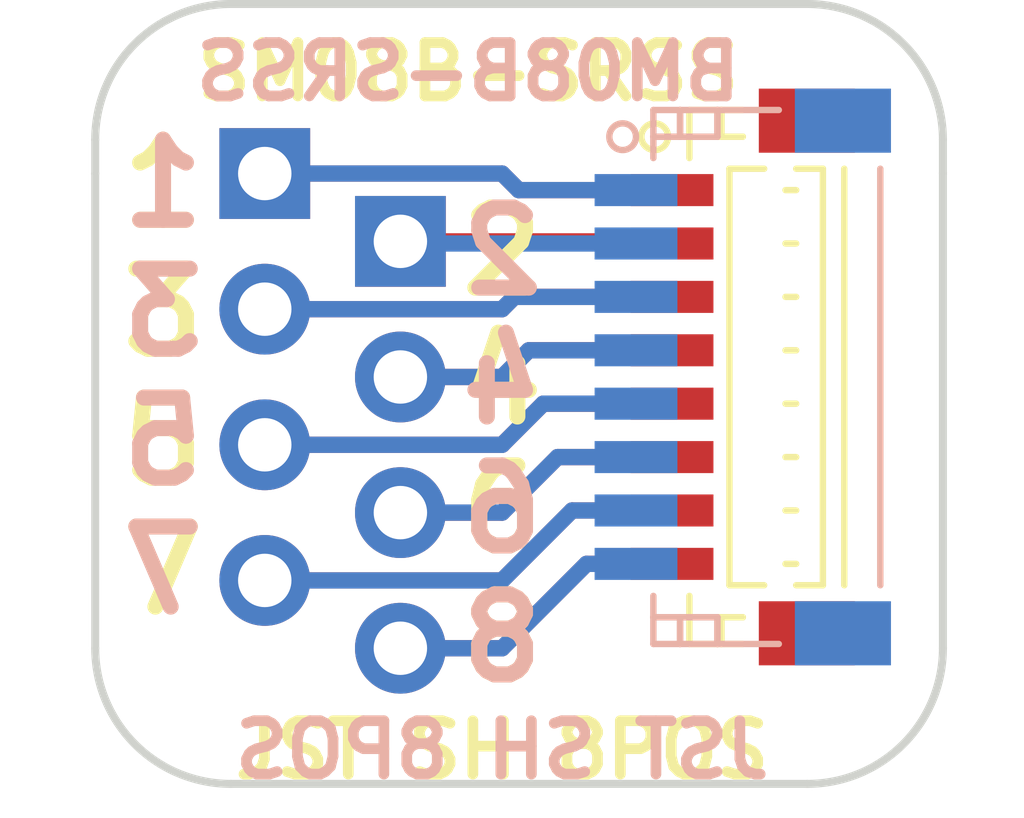
<source format=kicad_pcb>
(kicad_pcb (version 4) (host pcbnew 4.0.6)

  (general
    (links 16)
    (no_connects 0)
    (area 111.049999 95.809999 127.075001 110.565001)
    (thickness 1.6)
    (drawings 18)
    (tracks 46)
    (zones 0)
    (modules 4)
    (nets 9)
  )

  (page A4)
  (layers
    (0 F.Cu signal)
    (31 B.Cu signal)
    (32 B.Adhes user)
    (33 F.Adhes user)
    (34 B.Paste user)
    (35 F.Paste user)
    (36 B.SilkS user)
    (37 F.SilkS user)
    (38 B.Mask user)
    (39 F.Mask user)
    (40 Dwgs.User user)
    (41 Cmts.User user)
    (42 Eco1.User user)
    (43 Eco2.User user)
    (44 Edge.Cuts user)
    (45 Margin user)
    (46 B.CrtYd user)
    (47 F.CrtYd user)
    (48 B.Fab user)
    (49 F.Fab user)
  )

  (setup
    (last_trace_width 0.25)
    (user_trace_width 0.3048)
    (user_trace_width 0.4064)
    (trace_clearance 0.2)
    (zone_clearance 0.508)
    (zone_45_only no)
    (trace_min 0.2)
    (segment_width 0.2)
    (edge_width 0.15)
    (via_size 0.6)
    (via_drill 0.4)
    (via_min_size 0.4)
    (via_min_drill 0.3)
    (uvia_size 0.3)
    (uvia_drill 0.1)
    (uvias_allowed no)
    (uvia_min_size 0.2)
    (uvia_min_drill 0.1)
    (pcb_text_width 0.3)
    (pcb_text_size 1.5 1.5)
    (mod_edge_width 0.15)
    (mod_text_size 1 1)
    (mod_text_width 0.15)
    (pad_size 1.524 1.524)
    (pad_drill 0.762)
    (pad_to_mask_clearance 0.05)
    (aux_axis_origin 0 0)
    (visible_elements 7FFFFFFF)
    (pcbplotparams
      (layerselection 0x00030_80000001)
      (usegerberextensions false)
      (excludeedgelayer true)
      (linewidth 0.100000)
      (plotframeref false)
      (viasonmask false)
      (mode 1)
      (useauxorigin false)
      (hpglpennumber 1)
      (hpglpenspeed 20)
      (hpglpendiameter 15)
      (hpglpenoverlay 2)
      (psnegative false)
      (psa4output false)
      (plotreference true)
      (plotvalue true)
      (plotinvisibletext false)
      (padsonsilk false)
      (subtractmaskfromsilk false)
      (outputformat 1)
      (mirror false)
      (drillshape 1)
      (scaleselection 1)
      (outputdirectory ""))
  )

  (net 0 "")
  (net 1 "Net-(J1-Pad2)")
  (net 2 "Net-(J1-Pad4)")
  (net 3 "Net-(J1-Pad1)")
  (net 4 "Net-(J1-Pad3)")
  (net 5 "Net-(J2-Pad1)")
  (net 6 "Net-(J2-Pad2)")
  (net 7 "Net-(J2-Pad3)")
  (net 8 "Net-(J2-Pad4)")

  (net_class Default "This is the default net class."
    (clearance 0.2)
    (trace_width 0.25)
    (via_dia 0.6)
    (via_drill 0.4)
    (uvia_dia 0.3)
    (uvia_drill 0.1)
    (add_net "Net-(J1-Pad1)")
    (add_net "Net-(J1-Pad2)")
    (add_net "Net-(J1-Pad3)")
    (add_net "Net-(J1-Pad4)")
    (add_net "Net-(J2-Pad1)")
    (add_net "Net-(J2-Pad2)")
    (add_net "Net-(J2-Pad3)")
    (add_net "Net-(J2-Pad4)")
  )

  (module Pin_Headers:Pin_Header_Straight_1x04_Pitch2.54mm (layer F.Cu) (tedit 5D82A55C) (tstamp 5D82A0FA)
    (at 114.3 99.06)
    (descr "Through hole straight pin header, 1x04, 2.54mm pitch, single row")
    (tags "Through hole pin header THT 1x04 2.54mm single row")
    (path /5D82A146)
    (fp_text reference J1 (at 0 -2.33) (layer F.SilkS) hide
      (effects (font (size 1 1) (thickness 0.15)))
    )
    (fp_text value CONN_01X04 (at 0 9.95) (layer F.Fab)
      (effects (font (size 1 1) (thickness 0.15)))
    )
    (fp_line (start -0.635 -1.27) (end 1.27 -1.27) (layer F.Fab) (width 0.1))
    (fp_line (start 1.27 -1.27) (end 1.27 8.89) (layer F.Fab) (width 0.1))
    (fp_line (start 1.27 8.89) (end -1.27 8.89) (layer F.Fab) (width 0.1))
    (fp_line (start -1.27 8.89) (end -1.27 -0.635) (layer F.Fab) (width 0.1))
    (fp_line (start -1.27 -0.635) (end -0.635 -1.27) (layer F.Fab) (width 0.1))
    (fp_line (start -1.8 -1.8) (end -1.8 9.4) (layer F.CrtYd) (width 0.05))
    (fp_line (start -1.8 9.4) (end 1.8 9.4) (layer F.CrtYd) (width 0.05))
    (fp_line (start 1.8 9.4) (end 1.8 -1.8) (layer F.CrtYd) (width 0.05))
    (fp_line (start 1.8 -1.8) (end -1.8 -1.8) (layer F.CrtYd) (width 0.05))
    (fp_text user %R (at 0 3.81 90) (layer F.Fab)
      (effects (font (size 1 1) (thickness 0.15)))
    )
    (pad 1 thru_hole rect (at 0 0) (size 1.7 1.7) (drill 1) (layers *.Cu *.Mask)
      (net 3 "Net-(J1-Pad1)"))
    (pad 2 thru_hole oval (at 0 2.54) (size 1.7 1.7) (drill 1) (layers *.Cu *.Mask)
      (net 1 "Net-(J1-Pad2)"))
    (pad 3 thru_hole oval (at 0 5.08) (size 1.7 1.7) (drill 1) (layers *.Cu *.Mask)
      (net 4 "Net-(J1-Pad3)"))
    (pad 4 thru_hole oval (at 0 7.62) (size 1.7 1.7) (drill 1) (layers *.Cu *.Mask)
      (net 2 "Net-(J1-Pad4)"))
    (model ${KISYS3DMOD}/Pin_Headers.3dshapes/Pin_Header_Straight_1x04_Pitch2.54mm.wrl
      (at (xyz 0 0 0))
      (scale (xyz 1 1 1))
      (rotate (xyz 0 0 0))
    )
  )

  (module Pin_Headers:Pin_Header_Straight_1x04_Pitch2.54mm (layer F.Cu) (tedit 5D82A54D) (tstamp 5D82A112)
    (at 116.84 100.33)
    (descr "Through hole straight pin header, 1x04, 2.54mm pitch, single row")
    (tags "Through hole pin header THT 1x04 2.54mm single row")
    (path /5D82A1D9)
    (fp_text reference J2 (at 0 -2.33) (layer F.SilkS) hide
      (effects (font (size 1 1) (thickness 0.15)))
    )
    (fp_text value CONN_01X04 (at 0 9.95) (layer F.Fab)
      (effects (font (size 1 1) (thickness 0.15)))
    )
    (fp_line (start -0.635 -1.27) (end 1.27 -1.27) (layer F.Fab) (width 0.1))
    (fp_line (start 1.27 -1.27) (end 1.27 8.89) (layer F.Fab) (width 0.1))
    (fp_line (start 1.27 8.89) (end -1.27 8.89) (layer F.Fab) (width 0.1))
    (fp_line (start -1.27 8.89) (end -1.27 -0.635) (layer F.Fab) (width 0.1))
    (fp_line (start -1.27 -0.635) (end -0.635 -1.27) (layer F.Fab) (width 0.1))
    (fp_line (start -1.8 -1.8) (end -1.8 9.4) (layer F.CrtYd) (width 0.05))
    (fp_line (start -1.8 9.4) (end 1.8 9.4) (layer F.CrtYd) (width 0.05))
    (fp_line (start 1.8 9.4) (end 1.8 -1.8) (layer F.CrtYd) (width 0.05))
    (fp_line (start 1.8 -1.8) (end -1.8 -1.8) (layer F.CrtYd) (width 0.05))
    (fp_text user %R (at 0 3.81 90) (layer F.Fab)
      (effects (font (size 1 1) (thickness 0.15)))
    )
    (pad 1 thru_hole rect (at 0 0) (size 1.7 1.7) (drill 1) (layers *.Cu *.Mask)
      (net 5 "Net-(J2-Pad1)"))
    (pad 2 thru_hole oval (at 0 2.54) (size 1.7 1.7) (drill 1) (layers *.Cu *.Mask)
      (net 6 "Net-(J2-Pad2)"))
    (pad 3 thru_hole oval (at 0 5.08) (size 1.7 1.7) (drill 1) (layers *.Cu *.Mask)
      (net 7 "Net-(J2-Pad3)"))
    (pad 4 thru_hole oval (at 0 7.62) (size 1.7 1.7) (drill 1) (layers *.Cu *.Mask)
      (net 8 "Net-(J2-Pad4)"))
    (model ${KISYS3DMOD}/Pin_Headers.3dshapes/Pin_Header_Straight_1x04_Pitch2.54mm.wrl
      (at (xyz 0 0 0))
      (scale (xyz 1 1 1))
      (rotate (xyz 0 0 0))
    )
  )

  (module Connectors_JST:JST_SH_SM08B-SRSS-TB_08x1.00mm_Angled (layer B.Cu) (tedit 5D82A4B4) (tstamp 5D82A142)
    (at 123.19 102.87 270)
    (descr http://www.jst-mfg.com/product/pdf/eng/eSH.pdf)
    (tags "connector jst sh")
    (path /5D82A10B)
    (attr smd)
    (fp_text reference J3 (at -3.5 4 270) (layer B.SilkS) hide
      (effects (font (size 1 1) (thickness 0.15)) (justify mirror))
    )
    (fp_text value CONN_01X08 (at 0 -4.5 270) (layer B.Fab)
      (effects (font (size 1 1) (thickness 0.15)) (justify mirror))
    )
    (fp_circle (center -4.5 2.1875) (end -4.25 2.1875) (layer B.SilkS) (width 0.12))
    (fp_line (start -3.9 -2.6375) (end 3.9 -2.6375) (layer B.SilkS) (width 0.12))
    (fp_line (start -5 -0.7375) (end -5 1.6125) (layer B.SilkS) (width 0.12))
    (fp_line (start -5 1.6125) (end -4.1 1.6125) (layer B.SilkS) (width 0.12))
    (fp_line (start -4.5 1.6125) (end -4.5 0.4125) (layer B.SilkS) (width 0.12))
    (fp_line (start -4.5 0.4125) (end -4.5 0.4125) (layer B.SilkS) (width 0.12))
    (fp_line (start -4.5 0.4125) (end -4.5 1.6125) (layer B.SilkS) (width 0.12))
    (fp_line (start -4.5 1.6125) (end -4.5 1.6125) (layer B.SilkS) (width 0.12))
    (fp_line (start -4.5 1.1125) (end -4.5 1.1125) (layer B.SilkS) (width 0.12))
    (fp_line (start -4.5 1.1125) (end -5 1.1125) (layer B.SilkS) (width 0.12))
    (fp_line (start -5 1.1125) (end -5 1.1125) (layer B.SilkS) (width 0.12))
    (fp_line (start -5 1.1125) (end -4.5 1.1125) (layer B.SilkS) (width 0.12))
    (fp_line (start -4.5 0.4125) (end -4.5 0.4125) (layer B.SilkS) (width 0.12))
    (fp_line (start -4.5 0.4125) (end -5 0.4125) (layer B.SilkS) (width 0.12))
    (fp_line (start -5 0.4125) (end -5 0.4125) (layer B.SilkS) (width 0.12))
    (fp_line (start -5 0.4125) (end -4.5 0.4125) (layer B.SilkS) (width 0.12))
    (fp_line (start 5 -0.7375) (end 5 1.6125) (layer B.SilkS) (width 0.12))
    (fp_line (start 5 1.6125) (end 4.1 1.6125) (layer B.SilkS) (width 0.12))
    (fp_line (start 4.5 1.6125) (end 4.5 0.4125) (layer B.SilkS) (width 0.12))
    (fp_line (start 4.5 0.4125) (end 4.5 0.4125) (layer B.SilkS) (width 0.12))
    (fp_line (start 4.5 0.4125) (end 4.5 1.6125) (layer B.SilkS) (width 0.12))
    (fp_line (start 4.5 1.6125) (end 4.5 1.6125) (layer B.SilkS) (width 0.12))
    (fp_line (start 4.5 1.1125) (end 4.5 1.1125) (layer B.SilkS) (width 0.12))
    (fp_line (start 4.5 1.1125) (end 5 1.1125) (layer B.SilkS) (width 0.12))
    (fp_line (start 5 1.1125) (end 5 1.1125) (layer B.SilkS) (width 0.12))
    (fp_line (start 5 1.1125) (end 4.5 1.1125) (layer B.SilkS) (width 0.12))
    (fp_line (start 4.5 0.4125) (end 4.5 0.4125) (layer B.SilkS) (width 0.12))
    (fp_line (start 4.5 0.4125) (end 5 0.4125) (layer B.SilkS) (width 0.12))
    (fp_line (start 5 0.4125) (end 5 0.4125) (layer B.SilkS) (width 0.12))
    (fp_line (start 5 0.4125) (end 4.5 0.4125) (layer B.SilkS) (width 0.12))
    (fp_line (start -5.9 -3.35) (end -5.9 3.25) (layer B.CrtYd) (width 0.05))
    (fp_line (start -5.9 3.25) (end 5.9 3.25) (layer B.CrtYd) (width 0.05))
    (fp_line (start 5.9 3.25) (end 5.9 -3.35) (layer B.CrtYd) (width 0.05))
    (fp_line (start 5.9 -3.35) (end -5.9 -3.35) (layer B.CrtYd) (width 0.05))
    (pad 1 smd rect (at -3.5 1.9375 270) (size 0.6 1.55) (layers B.Cu B.Paste B.Mask)
      (net 3 "Net-(J1-Pad1)"))
    (pad 2 smd rect (at -2.5 1.9375 270) (size 0.6 1.55) (layers B.Cu B.Paste B.Mask)
      (net 5 "Net-(J2-Pad1)"))
    (pad 3 smd rect (at -1.5 1.9375 270) (size 0.6 1.55) (layers B.Cu B.Paste B.Mask)
      (net 1 "Net-(J1-Pad2)"))
    (pad 4 smd rect (at -0.5 1.9375 270) (size 0.6 1.55) (layers B.Cu B.Paste B.Mask)
      (net 6 "Net-(J2-Pad2)"))
    (pad 5 smd rect (at 0.5 1.9375 270) (size 0.6 1.55) (layers B.Cu B.Paste B.Mask)
      (net 4 "Net-(J1-Pad3)"))
    (pad 6 smd rect (at 1.5 1.9375 270) (size 0.6 1.55) (layers B.Cu B.Paste B.Mask)
      (net 7 "Net-(J2-Pad3)"))
    (pad 7 smd rect (at 2.5 1.9375 270) (size 0.6 1.55) (layers B.Cu B.Paste B.Mask)
      (net 2 "Net-(J1-Pad4)"))
    (pad 8 smd rect (at 3.5 1.9375 270) (size 0.6 1.55) (layers B.Cu B.Paste B.Mask)
      (net 8 "Net-(J2-Pad4)"))
    (pad "" smd rect (at -4.8 -1.9375 270) (size 1.2 1.8) (layers B.Cu B.Paste B.Mask))
    (pad "" smd rect (at 4.8 -1.9375 270) (size 1.2 1.8) (layers B.Cu B.Paste B.Mask))
  )

  (module Connectors_JST:JST_SH_BM08B-SRSS-TB_08x1.00mm_Straight (layer F.Cu) (tedit 5D82A4AE) (tstamp 5D82A178)
    (at 123.19 102.87 270)
    (descr http://www.jst-mfg.com/product/pdf/eng/eSH.pdf)
    (tags "connector jst sh")
    (path /5D82A057)
    (attr smd)
    (fp_text reference J4 (at -3.5 -3.5 270) (layer F.SilkS) hide
      (effects (font (size 1 1) (thickness 0.15)))
    )
    (fp_text value CONN_01X08 (at 0 3.5 270) (layer F.Fab)
      (effects (font (size 1 1) (thickness 0.15)))
    )
    (fp_circle (center -4.5 1.5875) (end -4.25 1.5875) (layer F.SilkS) (width 0.12))
    (fp_line (start -3.9 -1.9625) (end 3.9 -1.9625) (layer F.SilkS) (width 0.12))
    (fp_line (start -5 -0.0625) (end -5 0.9375) (layer F.SilkS) (width 0.12))
    (fp_line (start -5 0.9375) (end -4.1 0.9375) (layer F.SilkS) (width 0.12))
    (fp_line (start -4.5 0.9375) (end -4.5 -0.0625) (layer F.SilkS) (width 0.12))
    (fp_line (start -4.5 -0.0625) (end -4.5 -0.0625) (layer F.SilkS) (width 0.12))
    (fp_line (start -4.5 -0.0625) (end -4.5 0.9375) (layer F.SilkS) (width 0.12))
    (fp_line (start -4.5 0.9375) (end -4.5 0.9375) (layer F.SilkS) (width 0.12))
    (fp_line (start -4.5 0.3375) (end -4.5 0.3375) (layer F.SilkS) (width 0.12))
    (fp_line (start -4.5 0.3375) (end -5 0.3375) (layer F.SilkS) (width 0.12))
    (fp_line (start -5 0.3375) (end -5 0.3375) (layer F.SilkS) (width 0.12))
    (fp_line (start -5 0.3375) (end -4.5 0.3375) (layer F.SilkS) (width 0.12))
    (fp_line (start 5 -0.0625) (end 5 0.9375) (layer F.SilkS) (width 0.12))
    (fp_line (start 5 0.9375) (end 4.1 0.9375) (layer F.SilkS) (width 0.12))
    (fp_line (start 4.5 0.9375) (end 4.5 -0.0625) (layer F.SilkS) (width 0.12))
    (fp_line (start 4.5 -0.0625) (end 4.5 -0.0625) (layer F.SilkS) (width 0.12))
    (fp_line (start 4.5 -0.0625) (end 4.5 0.9375) (layer F.SilkS) (width 0.12))
    (fp_line (start 4.5 0.9375) (end 4.5 0.9375) (layer F.SilkS) (width 0.12))
    (fp_line (start 4.5 0.3375) (end 4.5 0.3375) (layer F.SilkS) (width 0.12))
    (fp_line (start 4.5 0.3375) (end 5 0.3375) (layer F.SilkS) (width 0.12))
    (fp_line (start 5 0.3375) (end 5 0.3375) (layer F.SilkS) (width 0.12))
    (fp_line (start 5 0.3375) (end 4.5 0.3375) (layer F.SilkS) (width 0.12))
    (fp_line (start -3.9 -1.0625) (end -3.9 -1.5625) (layer F.SilkS) (width 0.12))
    (fp_line (start -3.9 -1.5625) (end 3.9 -1.5625) (layer F.SilkS) (width 0.12))
    (fp_line (start 3.9 -1.5625) (end 3.9 -1.0625) (layer F.SilkS) (width 0.12))
    (fp_line (start -3.9 -0.4625) (end -3.9 0.1875) (layer F.SilkS) (width 0.12))
    (fp_line (start -3.9 0.1875) (end 3.9 0.1875) (layer F.SilkS) (width 0.12))
    (fp_line (start 3.9 0.1875) (end 3.9 -0.4625) (layer F.SilkS) (width 0.12))
    (fp_line (start -3.5 -1.0625) (end -3.5 -0.8625) (layer F.SilkS) (width 0.12))
    (fp_line (start -2.5 -1.0625) (end -2.5 -0.8625) (layer F.SilkS) (width 0.12))
    (fp_line (start -1.5 -1.0625) (end -1.5 -0.8625) (layer F.SilkS) (width 0.12))
    (fp_line (start -0.5 -1.0625) (end -0.5 -0.8625) (layer F.SilkS) (width 0.12))
    (fp_line (start 0.5 -1.0625) (end 0.5 -0.8625) (layer F.SilkS) (width 0.12))
    (fp_line (start 1.5 -1.0625) (end 1.5 -0.8625) (layer F.SilkS) (width 0.12))
    (fp_line (start 2.5 -1.0625) (end 2.5 -0.8625) (layer F.SilkS) (width 0.12))
    (fp_line (start 3.5 -1.0625) (end 3.5 -0.8625) (layer F.SilkS) (width 0.12))
    (fp_line (start -5.9 2.55) (end -5.9 -2.7) (layer F.CrtYd) (width 0.05))
    (fp_line (start -5.9 -2.7) (end 5.9 -2.7) (layer F.CrtYd) (width 0.05))
    (fp_line (start 5.9 -2.7) (end 5.9 2.55) (layer F.CrtYd) (width 0.05))
    (fp_line (start 5.9 2.55) (end -5.9 2.55) (layer F.CrtYd) (width 0.05))
    (pad 1 smd rect (at -3.5 1.2625 270) (size 0.6 1.55) (layers F.Cu F.Paste F.Mask)
      (net 3 "Net-(J1-Pad1)"))
    (pad 2 smd rect (at -2.5 1.2625 270) (size 0.6 1.55) (layers F.Cu F.Paste F.Mask)
      (net 5 "Net-(J2-Pad1)"))
    (pad 3 smd rect (at -1.5 1.2625 270) (size 0.6 1.55) (layers F.Cu F.Paste F.Mask)
      (net 1 "Net-(J1-Pad2)"))
    (pad 4 smd rect (at -0.5 1.2625 270) (size 0.6 1.55) (layers F.Cu F.Paste F.Mask)
      (net 6 "Net-(J2-Pad2)"))
    (pad 5 smd rect (at 0.5 1.2625 270) (size 0.6 1.55) (layers F.Cu F.Paste F.Mask)
      (net 4 "Net-(J1-Pad3)"))
    (pad 6 smd rect (at 1.5 1.2625 270) (size 0.6 1.55) (layers F.Cu F.Paste F.Mask)
      (net 7 "Net-(J2-Pad3)"))
    (pad 7 smd rect (at 2.5 1.2625 270) (size 0.6 1.55) (layers F.Cu F.Paste F.Mask)
      (net 2 "Net-(J1-Pad4)"))
    (pad 8 smd rect (at 3.5 1.2625 270) (size 0.6 1.55) (layers F.Cu F.Paste F.Mask)
      (net 8 "Net-(J2-Pad4)"))
    (pad "" smd rect (at -4.8 -1.2625 270) (size 1.2 1.8) (layers F.Cu F.Paste F.Mask))
    (pad "" smd rect (at 4.8 -1.2625 270) (size 1.2 1.8) (layers F.Cu F.Paste F.Mask))
  )

  (gr_line (start 124.46 110.49) (end 113.665 110.49) (angle 90) (layer Edge.Cuts) (width 0.15))
  (gr_line (start 113.665 95.885) (end 124.46 95.885) (angle 90) (layer Edge.Cuts) (width 0.15))
  (gr_text "JST SH 8POS" (at 118.745 109.855) (layer F.SilkS)
    (effects (font (size 1 1) (thickness 0.2)))
  )
  (gr_text "JST SH 8POS" (at 118.745 109.855) (layer B.SilkS)
    (effects (font (size 1 1) (thickness 0.2)) (justify mirror))
  )
  (gr_text BM08B-SRSS (at 118.11 97.155) (layer B.SilkS)
    (effects (font (size 1 1) (thickness 0.2)) (justify mirror))
  )
  (gr_text SM08B-SRSS (at 118.11 97.155) (layer F.SilkS)
    (effects (font (size 1 1) (thickness 0.2)))
  )
  (gr_text "2\n4\n6\n8" (at 118.745 104.14) (layer B.SilkS)
    (effects (font (size 1.5 1.5) (thickness 0.3)) (justify mirror))
  )
  (gr_text "1\n3\n5\n7" (at 112.395 102.87) (layer B.SilkS)
    (effects (font (size 1.5 1.5) (thickness 0.3)) (justify mirror))
  )
  (gr_text "2\n4\n6\n8" (at 118.745 104.14) (layer F.SilkS)
    (effects (font (size 1.5 1.5) (thickness 0.3)))
  )
  (gr_text "1\n3\n5\n7" (at 112.395 102.87) (layer F.SilkS)
    (effects (font (size 1.5 1.5) (thickness 0.3)))
  )
  (gr_line (start 111.125 99.06) (end 111.125 98.425) (angle 90) (layer Edge.Cuts) (width 0.15))
  (gr_line (start 127 99.06) (end 127 98.425) (angle 90) (layer Edge.Cuts) (width 0.15))
  (gr_line (start 127 107.95) (end 127 99.06) (angle 90) (layer Edge.Cuts) (width 0.15))
  (gr_line (start 111.125 99.06) (end 111.125 107.95) (angle 90) (layer Edge.Cuts) (width 0.15))
  (gr_arc (start 113.665 107.95) (end 113.665 110.49) (angle 90) (layer Edge.Cuts) (width 0.15))
  (gr_arc (start 124.46 107.95) (end 127 107.95) (angle 90) (layer Edge.Cuts) (width 0.15))
  (gr_arc (start 124.46 98.425) (end 124.46 95.885) (angle 90) (layer Edge.Cuts) (width 0.15))
  (gr_arc (start 113.665 98.425) (end 111.125 98.425) (angle 90) (layer Edge.Cuts) (width 0.15))

  (segment (start 121.2525 101.37) (end 118.975 101.37) (width 0.3048) (layer B.Cu) (net 1))
  (segment (start 118.975 101.37) (end 118.745 101.6) (width 0.3048) (layer B.Cu) (net 1) (tstamp 5D82A637))
  (segment (start 118.745 101.6) (end 114.3 101.6) (width 0.3048) (layer B.Cu) (net 1) (tstamp 5D82A638) (status 20))
  (segment (start 121.9275 101.37) (end 118.975 101.37) (width 0.3048) (layer F.Cu) (net 1))
  (segment (start 118.745 101.6) (end 114.3 101.6) (width 0.3048) (layer F.Cu) (net 1) (tstamp 5D82A535) (status 20))
  (segment (start 118.975 101.37) (end 118.745 101.6) (width 0.3048) (layer F.Cu) (net 1) (tstamp 5D82A534))
  (segment (start 121.2525 105.37) (end 120.055 105.37) (width 0.3048) (layer B.Cu) (net 2))
  (segment (start 120.055 105.37) (end 118.745 106.68) (width 0.3048) (layer B.Cu) (net 2) (tstamp 5D82A647))
  (segment (start 118.745 106.68) (end 114.3 106.68) (width 0.3048) (layer B.Cu) (net 2) (tstamp 5D82A648) (status 20))
  (segment (start 121.9275 105.37) (end 120.055 105.37) (width 0.3048) (layer F.Cu) (net 2))
  (segment (start 118.745 106.68) (end 114.3 106.68) (width 0.3048) (layer F.Cu) (net 2) (tstamp 5D82A546) (status 20))
  (segment (start 120.055 105.37) (end 118.745 106.68) (width 0.3048) (layer F.Cu) (net 2) (tstamp 5D82A544))
  (segment (start 121.9275 99.37) (end 119.055 99.37) (width 0.3048) (layer F.Cu) (net 3))
  (segment (start 119.055 99.37) (end 118.745 99.06) (width 0.3048) (layer F.Cu) (net 3) (tstamp 5D82A62F))
  (segment (start 118.745 99.06) (end 114.3 99.06) (width 0.3048) (layer F.Cu) (net 3) (tstamp 5D82A630) (status 20))
  (segment (start 121.2525 99.37) (end 119.055 99.37) (width 0.3048) (layer B.Cu) (net 3))
  (segment (start 119.055 99.37) (end 118.745 99.06) (width 0.3048) (layer B.Cu) (net 3) (tstamp 5D82A62B))
  (segment (start 118.745 99.06) (end 114.3 99.06) (width 0.3048) (layer B.Cu) (net 3) (tstamp 5D82A62C) (status 20))
  (segment (start 121.2525 103.37) (end 119.515 103.37) (width 0.3048) (layer B.Cu) (net 4))
  (segment (start 119.515 103.37) (end 118.745 104.14) (width 0.3048) (layer B.Cu) (net 4) (tstamp 5D82A63F))
  (segment (start 118.745 104.14) (end 114.3 104.14) (width 0.3048) (layer B.Cu) (net 4) (tstamp 5D82A640) (status 20))
  (segment (start 121.9275 103.37) (end 119.515 103.37) (width 0.3048) (layer F.Cu) (net 4))
  (segment (start 118.745 104.14) (end 114.3 104.14) (width 0.3048) (layer F.Cu) (net 4) (tstamp 5D82A53D) (status 20))
  (segment (start 119.515 103.37) (end 118.745 104.14) (width 0.3048) (layer F.Cu) (net 4) (tstamp 5D82A53C))
  (segment (start 121.2525 100.37) (end 116.88 100.37) (width 0.3048) (layer B.Cu) (net 5))
  (segment (start 116.88 100.37) (end 116.84 100.33) (width 0.3048) (layer B.Cu) (net 5) (tstamp 5D82A633))
  (segment (start 116.84 100.33) (end 121.8875 100.33) (width 0.3048) (layer F.Cu) (net 5))
  (segment (start 121.8875 100.33) (end 121.9275 100.37) (width 0.3048) (layer F.Cu) (net 5) (tstamp 5D82A52F))
  (segment (start 121.2525 102.37) (end 119.245 102.37) (width 0.3048) (layer B.Cu) (net 6))
  (segment (start 119.245 102.37) (end 118.745 102.87) (width 0.3048) (layer B.Cu) (net 6) (tstamp 5D82A63B))
  (segment (start 118.745 102.87) (end 116.84 102.87) (width 0.3048) (layer B.Cu) (net 6) (tstamp 5D82A63C))
  (segment (start 121.9275 102.37) (end 119.245 102.37) (width 0.3048) (layer F.Cu) (net 6))
  (segment (start 118.745 102.87) (end 116.84 102.87) (width 0.3048) (layer F.Cu) (net 6) (tstamp 5D82A539))
  (segment (start 119.245 102.37) (end 118.745 102.87) (width 0.3048) (layer F.Cu) (net 6) (tstamp 5D82A538))
  (segment (start 121.2525 104.37) (end 119.785 104.37) (width 0.3048) (layer B.Cu) (net 7))
  (segment (start 119.785 104.37) (end 118.745 105.41) (width 0.3048) (layer B.Cu) (net 7) (tstamp 5D82A643))
  (segment (start 118.745 105.41) (end 116.84 105.41) (width 0.3048) (layer B.Cu) (net 7) (tstamp 5D82A644))
  (segment (start 121.9275 104.37) (end 119.785 104.37) (width 0.3048) (layer F.Cu) (net 7))
  (segment (start 118.745 105.41) (end 116.84 105.41) (width 0.3048) (layer F.Cu) (net 7) (tstamp 5D82A541))
  (segment (start 119.785 104.37) (end 118.745 105.41) (width 0.3048) (layer F.Cu) (net 7) (tstamp 5D82A540))
  (segment (start 121.2525 106.37) (end 120.325 106.37) (width 0.3048) (layer B.Cu) (net 8))
  (segment (start 120.325 106.37) (end 118.745 107.95) (width 0.3048) (layer B.Cu) (net 8) (tstamp 5D82A64C))
  (segment (start 118.745 107.95) (end 116.84 107.95) (width 0.3048) (layer B.Cu) (net 8) (tstamp 5D82A64D))
  (segment (start 116.84 107.95) (end 118.745 107.95) (width 0.3048) (layer F.Cu) (net 8))
  (segment (start 120.325 106.37) (end 121.9275 106.37) (width 0.3048) (layer F.Cu) (net 8) (tstamp 5D82A623))
  (segment (start 118.745 107.95) (end 120.325 106.37) (width 0.3048) (layer F.Cu) (net 8) (tstamp 5D82A621))

)

</source>
